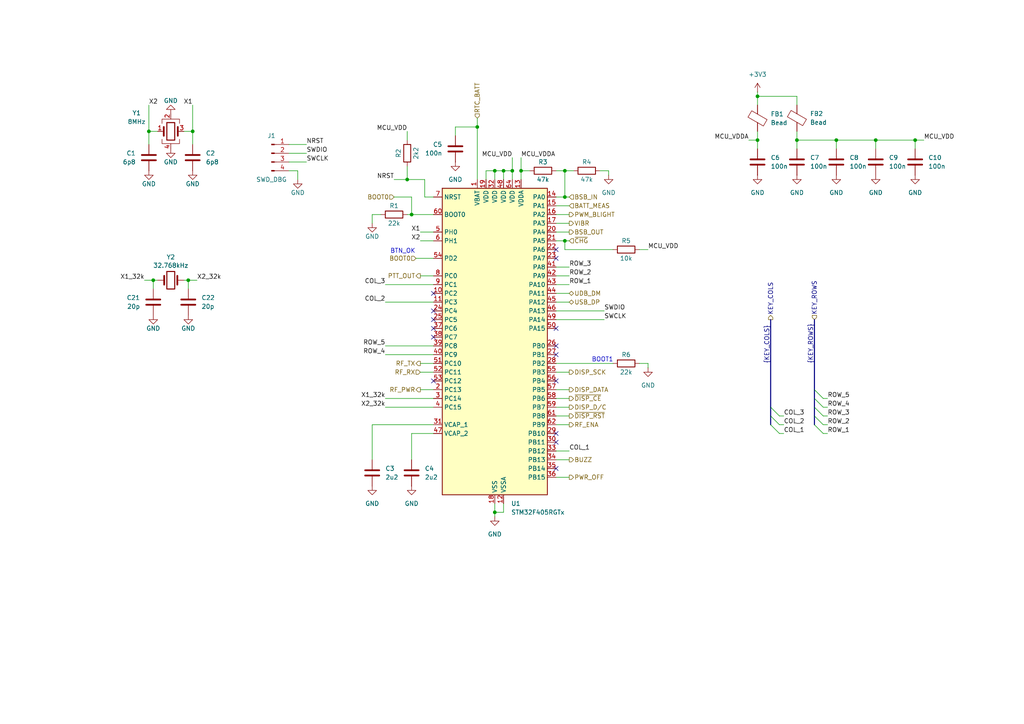
<source format=kicad_sch>
(kicad_sch (version 20231120) (generator "eeschema") (generator_version "8.0")
  (paper "A4")
  (title_block (title "Mainboard replacement for Nokia 3310") (date "29-01-2025") (rev "Rev A") (company "M17 Project") (comment 1 "Wojciech Kaczmarski, SP5WWP"))
  (lib_symbols
    (symbol "Connector:Conn_01x04_Pin" (pin_names (offset 1.016) hide)
      (property "Reference" "J" (at 0 5.08 0))
      (property "Value" "Conn_01x04_Pin" (at 0 -7.62 0))
      (symbol "Conn_01x04_Pin_1_1"
        (polyline (pts (xy 1.27 -5.08) (xy 0.8636 -5.08)) (stroke (width 0.1524)))
        (polyline (pts (xy 1.27 -2.54) (xy 0.8636 -2.54)) (stroke (width 0.1524)))
        (polyline (pts (xy 1.27 0) (xy 0.8636 0)) (stroke (width 0.1524)))
        (polyline (pts (xy 1.27 2.54) (xy 0.8636 2.54)) (stroke (width 0.1524)))
        (rectangle (start 0.8636 -4.953) (end 0 -5.207) (stroke (width 0.1524)) (fill (type outline)))
        (rectangle (start 0.8636 -2.413) (end 0 -2.667) (stroke (width 0.1524)) (fill (type outline)))
        (rectangle (start 0.8636 0.127) (end 0 -0.127) (stroke (width 0.1524)) (fill (type outline)))
        (rectangle (start 0.8636 2.667) (end 0 2.413) (stroke (width 0.1524)) (fill (type outline)))
        (pin passive line (at 5.08 2.54 180) (length 3.81) (name "Pin_1") (number "1"))
        (pin passive line (at 5.08 0 180) (length 3.81) (name "Pin_2") (number "2"))
        (pin passive line (at 5.08 -2.54 180) (length 3.81) (name "Pin_3") (number "3"))
        (pin passive line (at 5.08 -5.08 180) (length 3.81) (name "Pin_4") (number "4"))
      )
    )
    (symbol "Device:C" (pin_numbers hide) (pin_names (offset 0.254))
      (property "Reference" "C" (at 0.635 2.54 0))
      (property "Value" "C" (at 0.635 -2.54 0))
      (symbol "C_0_1"
        (polyline (pts (xy -2.032 -0.762) (xy 2.032 -0.762)) (stroke (width 0.508)))
        (polyline (pts (xy -2.032 0.762) (xy 2.032 0.762)) (stroke (width 0.508)))
      )
      (symbol "C_1_1"
        (pin passive line (at 0 3.81 270) (length 2.794) (name "~") (number "1"))
        (pin passive line (at 0 -3.81 90) (length 2.794) (name "~") (number "2"))
      )
    )
    (symbol "Device:Crystal" (pin_numbers hide) (pin_names (offset 1.016) hide)
      (property "Reference" "Y" (at 0 3.81 0))
      (property "Value" "Crystal" (at 0 -3.81 0))
      (symbol "Crystal_0_1"
        (rectangle (start -1.143 2.54) (end 1.143 -2.54) (stroke (width 0.3048)))
        (polyline (pts (xy -2.54 0) (xy -1.905 0)))
        (polyline (pts (xy -1.905 -1.27) (xy -1.905 1.27)) (stroke (width 0.508)))
        (polyline (pts (xy 1.905 -1.27) (xy 1.905 1.27)) (stroke (width 0.508)))
        (polyline (pts (xy 2.54 0) (xy 1.905 0)))
      )
      (symbol "Crystal_1_1"
        (pin passive line (at -3.81 0 0) (length 1.27) (name "1") (number "1"))
        (pin passive line (at 3.81 0 180) (length 1.27) (name "2") (number "2"))
      )
    )
    (symbol "Device:Crystal_GND24" (pin_names (offset 1.016) hide)
      (property "Reference" "Y" (at 3.175 5.08 0))
      (property "Value" "Crystal_GND24" (at 3.175 3.175 0))
      (symbol "Crystal_GND24_0_1"
        (rectangle (start -1.143 2.54) (end 1.143 -2.54) (stroke (width 0.3048)))
        (polyline (pts (xy -2.54 0) (xy -2.032 0)))
        (polyline (pts (xy -2.032 -1.27) (xy -2.032 1.27)) (stroke (width 0.508)))
        (polyline (pts (xy 0 -3.81) (xy 0 -3.556)))
        (polyline (pts (xy 0 3.556) (xy 0 3.81)))
        (polyline (pts (xy 2.032 -1.27) (xy 2.032 1.27)) (stroke (width 0.508)))
        (polyline (pts (xy 2.032 0) (xy 2.54 0)))
        (polyline (pts (xy -2.54 -2.286) (xy -2.54 -3.556) (xy 2.54 -3.556) (xy 2.54 -2.286)))
        (polyline (pts (xy -2.54 2.286) (xy -2.54 3.556) (xy 2.54 3.556) (xy 2.54 2.286)))
      )
      (symbol "Crystal_GND24_1_1"
        (pin passive line (at -3.81 0 0) (length 1.27) (name "1") (number "1"))
        (pin passive line (at 0 5.08 270) (length 1.27) (name "2") (number "2"))
        (pin passive line (at 3.81 0 180) (length 1.27) (name "3") (number "3"))
        (pin passive line (at 0 -5.08 90) (length 1.27) (name "4") (number "4"))
      )
    )
    (symbol "Device:FerriteBead" (pin_numbers hide) (pin_names (offset 0))
      (property "Reference" "FB" (at -3.81 0.635 90))
      (property "Value" "FerriteBead" (at 3.81 0 90))
      (symbol "FerriteBead_0_1"
        (polyline (pts (xy 0 -1.27) (xy 0 -1.2192)))
        (polyline (pts (xy 0 1.27) (xy 0 1.2954)))
        (polyline (pts (xy -2.7686 0.4064) (xy -1.7018 2.2606) (xy 2.7686 -0.3048) (xy 1.6764 -2.159) (xy -2.7686 0.4064)))
      )
      (symbol "FerriteBead_1_1"
        (pin passive line (at 0 3.81 270) (length 2.54) (name "~") (number "1"))
        (pin passive line (at 0 -3.81 90) (length 2.54) (name "~") (number "2"))
      )
    )
    (symbol "Device:R" (pin_numbers hide) (pin_names (offset 0))
      (property "Reference" "R" (at 2.032 0 90))
      (property "Value" "R" (at 0 0 90))
      (symbol "R_0_1"
        (rectangle (start -1.016 -2.54) (end 1.016 2.54) (stroke (width 0.254)))
      )
      (symbol "R_1_1"
        (pin passive line (at 0 3.81 270) (length 1.27) (name "~") (number "1"))
        (pin passive line (at 0 -3.81 90) (length 1.27) (name "~") (number "2"))
      )
    )
    (symbol "MCU_ST_STM32F4:STM32F405RGTx"
      (property "Reference" "U" (at -15.24 46.99 0))
      (property "Value" "STM32F405RGTx" (at 10.16 46.99 0))
      (symbol "STM32F405RGTx_0_1"
        (rectangle (start -15.24 -43.18) (end 15.24 45.72) (stroke (width 0.254)) (fill (type background)))
      )
      (symbol "STM32F405RGTx_1_1"
        (pin power_in line (at -5.08 48.26 270) (length 2.54) (name "VBAT") (number "1"))
        (pin bidirectional line (at -17.78 15.24 0) (length 2.54) (name "PC2") (number "10"))
        (pin bidirectional line (at -17.78 12.7 0) (length 2.54) (name "PC3") (number "11"))
        (pin power_in line (at 2.54 -45.72 90) (length 2.54) (name "VSSA") (number "12"))
        (pin power_in line (at 7.62 48.26 270) (length 2.54) (name "VDDA") (number "13"))
        (pin bidirectional line (at 17.78 43.18 180) (length 2.54) (name "PA0") (number "14"))
        (pin bidirectional line (at 17.78 40.64 180) (length 2.54) (name "PA1") (number "15"))
        (pin bidirectional line (at 17.78 38.1 180) (length 2.54) (name "PA2") (number "16"))
        (pin bidirectional line (at 17.78 35.56 180) (length 2.54) (name "PA3") (number "17"))
        (pin power_in line (at 0 -45.72 90) (length 2.54) (name "VSS") (number "18"))
        (pin power_in line (at -2.54 48.26 270) (length 2.54) (name "VDD") (number "19"))
        (pin bidirectional line (at -17.78 -12.7 0) (length 2.54) (name "PC13") (number "2"))
        (pin bidirectional line (at 17.78 33.02 180) (length 2.54) (name "PA4") (number "20"))
        (pin bidirectional line (at 17.78 30.48 180) (length 2.54) (name "PA5") (number "21"))
        (pin bidirectional line (at 17.78 27.94 180) (length 2.54) (name "PA6") (number "22"))
        (pin bidirectional line (at 17.78 25.4 180) (length 2.54) (name "PA7") (number "23"))
        (pin bidirectional line (at -17.78 10.16 0) (length 2.54) (name "PC4") (number "24"))
        (pin bidirectional line (at -17.78 7.62 0) (length 2.54) (name "PC5") (number "25"))
        (pin bidirectional line (at 17.78 0 180) (length 2.54) (name "PB0") (number "26"))
        (pin bidirectional line (at 17.78 -2.54 180) (length 2.54) (name "PB1") (number "27"))
        (pin bidirectional line (at 17.78 -5.08 180) (length 2.54) (name "PB2") (number "28"))
        (pin bidirectional line (at 17.78 -25.4 180) (length 2.54) (name "PB10") (number "29"))
        (pin bidirectional line (at -17.78 -15.24 0) (length 2.54) (name "PC14") (number "3"))
        (pin bidirectional line (at 17.78 -27.94 180) (length 2.54) (name "PB11") (number "30"))
        (pin power_out line (at -17.78 -22.86 0) (length 2.54) (name "VCAP_1") (number "31"))
        (pin power_in line (at 0 48.26 270) (length 2.54) (name "VDD") (number "32"))
        (pin bidirectional line (at 17.78 -30.48 180) (length 2.54) (name "PB12") (number "33"))
        (pin bidirectional line (at 17.78 -33.02 180) (length 2.54) (name "PB13") (number "34"))
        (pin bidirectional line (at 17.78 -35.56 180) (length 2.54) (name "PB14") (number "35"))
        (pin bidirectional line (at 17.78 -38.1 180) (length 2.54) (name "PB15") (number "36"))
        (pin bidirectional line (at -17.78 5.08 0) (length 2.54) (name "PC6") (number "37"))
        (pin bidirectional line (at -17.78 2.54 0) (length 2.54) (name "PC7") (number "38"))
        (pin bidirectional line (at -17.78 0 0) (length 2.54) (name "PC8") (number "39"))
        (pin bidirectional line (at -17.78 -17.78 0) (length 2.54) (name "PC15") (number "4"))
        (pin bidirectional line (at -17.78 -2.54 0) (length 2.54) (name "PC9") (number "40"))
        (pin bidirectional line (at 17.78 22.86 180) (length 2.54) (name "PA8") (number "41"))
        (pin bidirectional line (at 17.78 20.32 180) (length 2.54) (name "PA9") (number "42"))
        (pin bidirectional line (at 17.78 17.78 180) (length 2.54) (name "PA10") (number "43"))
        (pin bidirectional line (at 17.78 15.24 180) (length 2.54) (name "PA11") (number "44"))
        (pin bidirectional line (at 17.78 12.7 180) (length 2.54) (name "PA12") (number "45"))
        (pin bidirectional line (at 17.78 10.16 180) (length 2.54) (name "PA13") (number "46"))
        (pin power_out line (at -17.78 -25.4 0) (length 2.54) (name "VCAP_2") (number "47"))
        (pin power_in line (at 2.54 48.26 270) (length 2.54) (name "VDD") (number "48"))
        (pin bidirectional line (at 17.78 7.62 180) (length 2.54) (name "PA14") (number "49"))
        (pin bidirectional line (at -17.78 33.02 0) (length 2.54) (name "PH0") (number "5"))
        (pin bidirectional line (at 17.78 5.08 180) (length 2.54) (name "PA15") (number "50"))
        (pin bidirectional line (at -17.78 -5.08 0) (length 2.54) (name "PC10") (number "51"))
        (pin bidirectional line (at -17.78 -7.62 0) (length 2.54) (name "PC11") (number "52"))
        (pin bidirectional line (at -17.78 -10.16 0) (length 2.54) (name "PC12") (number "53"))
        (pin bidirectional line (at -17.78 25.4 0) (length 2.54) (name "PD2") (number "54"))
        (pin bidirectional line (at 17.78 -7.62 180) (length 2.54) (name "PB3") (number "55"))
        (pin bidirectional line (at 17.78 -10.16 180) (length 2.54) (name "PB4") (number "56"))
        (pin bidirectional line (at 17.78 -12.7 180) (length 2.54) (name "PB5") (number "57"))
        (pin bidirectional line (at 17.78 -15.24 180) (length 2.54) (name "PB6") (number "58"))
        (pin bidirectional line (at 17.78 -17.78 180) (length 2.54) (name "PB7") (number "59"))
        (pin bidirectional line (at -17.78 30.48 0) (length 2.54) (name "PH1") (number "6"))
        (pin input line (at -17.78 38.1 0) (length 2.54) (name "BOOT0") (number "60"))
        (pin bidirectional line (at 17.78 -20.32 180) (length 2.54) (name "PB8") (number "61"))
        (pin bidirectional line (at 17.78 -22.86 180) (length 2.54) (name "PB9") (number "62"))
        (pin passive line (at 0 -45.72 90) (length 2.54) hide (name "VSS") (number "63"))
        (pin power_in line (at 5.08 48.26 270) (length 2.54) (name "VDD") (number "64"))
        (pin input line (at -17.78 43.18 0) (length 2.54) (name "NRST") (number "7"))
        (pin bidirectional line (at -17.78 20.32 0) (length 2.54) (name "PC0") (number "8"))
        (pin bidirectional line (at -17.78 17.78 0) (length 2.54) (name "PC1") (number "9"))
      )
    )
    (symbol "power:+3V3" (power) (pin_numbers hide) (pin_names (offset 0) hide)
      (property "Value" "+3V3" (at 0 3.556 0))
      (symbol "+3V3_0_1"
        (polyline (pts (xy -0.762 1.27) (xy 0 2.54)))
        (polyline (pts (xy 0 0) (xy 0 2.54)))
        (polyline (pts (xy 0 2.54) (xy 0.762 1.27)))
      )
      (symbol "+3V3_1_1"
        (pin power_in line (at 0 0 90) (length 0) (name "~") (number "1"))
      )
    )
    (symbol "power:GND" (power) (pin_numbers hide) (pin_names (offset 0) hide)
      (property "Value" "GND" (at 0 -3.81 0))
      (symbol "GND_0_1"
        (polyline (pts (xy 0 0) (xy 0 -1.27) (xy 1.27 -1.27) (xy 0 -2.54) (xy -1.27 -1.27) (xy 0 -1.27)))
      )
      (symbol "GND_1_1"
        (pin power_in line (at 0 0 270) (length 0) (name "~") (number "1"))
      )
    )
  )
  (junction (at 118.11 52.07))
  (junction (at 146.05 49.53))
  (junction (at 143.51 49.53))
  (junction (at 143.51 148.59))
  (junction (at 151.13 49.53))
  (junction (at 44.45 81.28))
  (junction (at 138.43 36.83))
  (junction (at 54.61 81.28))
  (junction (at 219.71 27.94))
  (junction (at 43.18 38.1))
  (junction (at 119.38 62.23))
  (junction (at 55.88 38.1))
  (junction (at 148.59 49.53))
  (junction (at 163.83 57.15))
  (junction (at 254 40.64))
  (junction (at 242.57 40.64))
  (junction (at 219.71 40.64))
  (junction (at 163.83 49.53))
  (junction (at 231.14 40.64))
  (junction (at 163.83 69.85))
  (junction (at 265.43 40.64))
  (no_connect (at 161.29 95.25))
  (no_connect (at 125.73 85.09))
  (no_connect (at 125.73 97.79))
  (no_connect (at 161.29 110.49))
  (no_connect (at 125.73 90.17))
  (no_connect (at 161.29 125.73))
  (no_connect (at 125.73 110.49))
  (no_connect (at 161.29 74.93))
  (no_connect (at 161.29 102.87))
  (no_connect (at 161.29 135.89))
  (no_connect (at 125.73 95.25))
  (no_connect (at 161.29 72.39))
  (no_connect (at 161.29 100.33))
  (no_connect (at 161.29 128.27))
  (no_connect (at 125.73 92.71))
  (bus_entry (at 223.52 123.19) (size 2.54 2.54))
  (bus_entry (at 236.22 120.65) (size 2.54 2.54))
  (bus_entry (at 236.22 123.19) (size 2.54 2.54))
  (bus_entry (at 236.22 115.57) (size 2.54 2.54))
  (bus_entry (at 236.22 118.11) (size 2.54 2.54))
  (bus_entry (at 223.52 118.11) (size 2.54 2.54))
  (bus_entry (at 236.22 113.03) (size 2.54 2.54))
  (bus_entry (at 223.52 120.65) (size 2.54 2.54))
  (bus (pts (xy 236.22 115.57) (xy 236.22 118.11)))
  (wire (pts (xy 226.06 125.73) (xy 227.33 125.73)))
  (wire (pts (xy 238.76 123.19) (xy 240.03 123.19)))
  (wire (pts (xy 226.06 120.65) (xy 227.33 120.65)))
  (wire (pts (xy 54.61 81.28) (xy 57.15 81.28)))
  (wire (pts (xy 118.11 48.26) (xy 118.11 52.07)))
  (wire (pts (xy 53.34 81.28) (xy 54.61 81.28)))
  (wire (pts (xy 165.1 113.03) (xy 161.29 113.03)))
  (wire (pts (xy 161.29 67.31) (xy 165.1 67.31)))
  (wire (pts (xy 125.73 123.19) (xy 107.95 123.19)))
  (wire (pts (xy 185.42 105.41) (xy 187.96 105.41)))
  (wire (pts (xy 165.1 85.09) (xy 161.29 85.09)))
  (wire (pts (xy 121.92 67.31) (xy 125.73 67.31)))
  (bus (pts (xy 236.22 120.65) (xy 236.22 123.19)))
  (wire (pts (xy 242.57 40.64) (xy 231.14 40.64)))
  (wire (pts (xy 163.83 57.15) (xy 165.1 57.15)))
  (wire (pts (xy 238.76 120.65) (xy 240.03 120.65)))
  (wire (pts (xy 118.11 52.07) (xy 123.19 52.07)))
  (wire (pts (xy 148.59 52.07) (xy 148.59 49.53)))
  (wire (pts (xy 83.82 49.53) (xy 86.36 49.53)))
  (wire (pts (xy 86.36 49.53) (xy 86.36 52.07)))
  (wire (pts (xy 161.29 77.47) (xy 165.1 77.47)))
  (wire (pts (xy 83.82 46.99) (xy 88.9 46.99)))
  (wire (pts (xy 165.1 115.57) (xy 161.29 115.57)))
  (wire (pts (xy 83.82 44.45) (xy 88.9 44.45)))
  (wire (pts (xy 44.45 81.28) (xy 44.45 83.82)))
  (wire (pts (xy 219.71 38.1) (xy 219.71 40.64)))
  (wire (pts (xy 231.14 40.64) (xy 231.14 43.18)))
  (bus (pts (xy 223.52 120.65) (xy 223.52 123.19)))
  (bus (pts (xy 223.52 92.71) (xy 223.52 118.11)))
  (wire (pts (xy 163.83 49.53) (xy 163.83 57.15)))
  (wire (pts (xy 161.29 92.71) (xy 175.26 92.71)))
  (wire (pts (xy 161.29 69.85) (xy 163.83 69.85)))
  (wire (pts (xy 177.8 72.39) (xy 163.83 72.39)))
  (wire (pts (xy 219.71 27.94) (xy 219.71 30.48)))
  (wire (pts (xy 118.11 38.1) (xy 118.11 40.64)))
  (wire (pts (xy 219.71 27.94) (xy 231.14 27.94)))
  (wire (pts (xy 161.29 80.01) (xy 165.1 80.01)))
  (wire (pts (xy 226.06 123.19) (xy 227.33 123.19)))
  (wire (pts (xy 163.83 49.53) (xy 166.37 49.53)))
  (wire (pts (xy 119.38 57.15) (xy 119.38 62.23)))
  (wire (pts (xy 151.13 45.72) (xy 151.13 49.53)))
  (wire (pts (xy 165.1 62.23) (xy 161.29 62.23)))
  (wire (pts (xy 55.88 38.1) (xy 55.88 30.48)))
  (wire (pts (xy 163.83 72.39) (xy 163.83 69.85)))
  (wire (pts (xy 161.29 57.15) (xy 163.83 57.15)))
  (wire (pts (xy 110.49 62.23) (xy 107.95 62.23)))
  (wire (pts (xy 143.51 148.59) (xy 143.51 149.86)))
  (wire (pts (xy 146.05 49.53) (xy 143.51 49.53)))
  (wire (pts (xy 111.76 82.55) (xy 125.73 82.55)))
  (wire (pts (xy 132.08 36.83) (xy 138.43 36.83)))
  (wire (pts (xy 111.76 118.11) (xy 125.73 118.11)))
  (wire (pts (xy 238.76 125.73) (xy 240.03 125.73)))
  (wire (pts (xy 254 40.64) (xy 242.57 40.64)))
  (wire (pts (xy 118.11 62.23) (xy 119.38 62.23)))
  (wire (pts (xy 138.43 36.83) (xy 138.43 52.07)))
  (wire (pts (xy 161.29 130.81) (xy 165.1 130.81)))
  (wire (pts (xy 143.51 49.53) (xy 140.97 49.53)))
  (wire (pts (xy 161.29 90.17) (xy 175.26 90.17)))
  (wire (pts (xy 83.82 41.91) (xy 88.9 41.91)))
  (wire (pts (xy 107.95 62.23) (xy 107.95 64.77)))
  (wire (pts (xy 165.1 69.85) (xy 163.83 69.85)))
  (wire (pts (xy 148.59 49.53) (xy 146.05 49.53)))
  (wire (pts (xy 161.29 82.55) (xy 165.1 82.55)))
  (wire (pts (xy 114.3 52.07) (xy 118.11 52.07)))
  (wire (pts (xy 121.92 80.01) (xy 125.73 80.01)))
  (wire (pts (xy 44.45 81.28) (xy 45.72 81.28)))
  (wire (pts (xy 165.1 120.65) (xy 161.29 120.65)))
  (wire (pts (xy 238.76 115.57) (xy 240.03 115.57)))
  (wire (pts (xy 161.29 105.41) (xy 177.8 105.41)))
  (wire (pts (xy 119.38 125.73) (xy 119.38 133.35)))
  (wire (pts (xy 123.19 57.15) (xy 125.73 57.15)))
  (wire (pts (xy 41.91 81.28) (xy 44.45 81.28)))
  (wire (pts (xy 231.14 30.48) (xy 231.14 27.94)))
  (wire (pts (xy 165.1 138.43) (xy 161.29 138.43)))
  (wire (pts (xy 146.05 148.59) (xy 143.51 148.59)))
  (bus (pts (xy 236.22 118.11) (xy 236.22 120.65)))
  (wire (pts (xy 107.95 123.19) (xy 107.95 133.35)))
  (wire (pts (xy 138.43 34.29) (xy 138.43 36.83)))
  (wire (pts (xy 187.96 72.39) (xy 185.42 72.39)))
  (wire (pts (xy 219.71 40.64) (xy 219.71 43.18)))
  (wire (pts (xy 165.1 107.95) (xy 161.29 107.95)))
  (wire (pts (xy 121.92 105.41) (xy 125.73 105.41)))
  (wire (pts (xy 231.14 38.1) (xy 231.14 40.64)))
  (wire (pts (xy 111.76 102.87) (xy 125.73 102.87)))
  (wire (pts (xy 111.76 100.33) (xy 125.73 100.33)))
  (wire (pts (xy 111.76 87.63) (xy 125.73 87.63)))
  (wire (pts (xy 121.92 113.03) (xy 125.73 113.03)))
  (wire (pts (xy 140.97 49.53) (xy 140.97 52.07)))
  (wire (pts (xy 217.17 40.64) (xy 219.71 40.64)))
  (wire (pts (xy 43.18 38.1) (xy 43.18 41.91)))
  (wire (pts (xy 55.88 38.1) (xy 55.88 41.91)))
  (wire (pts (xy 176.53 49.53) (xy 176.53 50.8)))
  (wire (pts (xy 146.05 146.05) (xy 146.05 148.59)))
  (wire (pts (xy 219.71 26.67) (xy 219.71 27.94)))
  (wire (pts (xy 151.13 49.53) (xy 151.13 52.07)))
  (wire (pts (xy 165.1 87.63) (xy 161.29 87.63)))
  (wire (pts (xy 165.1 123.19) (xy 161.29 123.19)))
  (wire (pts (xy 121.92 107.95) (xy 125.73 107.95)))
  (wire (pts (xy 265.43 40.64) (xy 267.97 40.64)))
  (wire (pts (xy 143.51 52.07) (xy 143.51 49.53)))
  (wire (pts (xy 43.18 30.48) (xy 43.18 38.1)))
  (wire (pts (xy 265.43 43.18) (xy 265.43 40.64)))
  (wire (pts (xy 53.34 38.1) (xy 55.88 38.1)))
  (wire (pts (xy 165.1 64.77) (xy 161.29 64.77)))
  (wire (pts (xy 238.76 118.11) (xy 240.03 118.11)))
  (bus (pts (xy 223.52 118.11) (xy 223.52 120.65)))
  (bus (pts (xy 236.22 113.03) (xy 236.22 115.57)))
  (wire (pts (xy 151.13 49.53) (xy 153.67 49.53)))
  (wire (pts (xy 120.65 74.93) (xy 125.73 74.93)))
  (wire (pts (xy 254 40.64) (xy 254 43.18)))
  (wire (pts (xy 165.1 118.11) (xy 161.29 118.11)))
  (wire (pts (xy 146.05 52.07) (xy 146.05 49.53)))
  (wire (pts (xy 143.51 146.05) (xy 143.51 148.59)))
  (bus (pts (xy 236.22 92.71) (xy 236.22 113.03)))
  (wire (pts (xy 54.61 81.28) (xy 54.61 83.82)))
  (wire (pts (xy 165.1 133.35) (xy 161.29 133.35)))
  (wire (pts (xy 111.76 115.57) (xy 125.73 115.57)))
  (wire (pts (xy 43.18 38.1) (xy 45.72 38.1)))
  (wire (pts (xy 114.3 57.15) (xy 119.38 57.15)))
  (wire (pts (xy 121.92 69.85) (xy 125.73 69.85)))
  (wire (pts (xy 242.57 43.18) (xy 242.57 40.64)))
  (wire (pts (xy 265.43 40.64) (xy 254 40.64)))
  (wire (pts (xy 161.29 49.53) (xy 163.83 49.53)))
  (wire (pts (xy 173.99 49.53) (xy 176.53 49.53)))
  (wire (pts (xy 119.38 62.23) (xy 125.73 62.23)))
  (wire (pts (xy 123.19 52.07) (xy 123.19 57.15)))
  (wire (pts (xy 161.29 59.69) (xy 165.1 59.69)))
  (wire (pts (xy 148.59 45.72) (xy 148.59 49.53)))
  (wire (pts (xy 187.96 105.41) (xy 187.96 106.68)))
  (wire (pts (xy 132.08 39.37) (xy 132.08 36.83)))
  (wire (pts (xy 125.73 125.73) (xy 119.38 125.73)))
  (text "BOOT1" (at 174.752 104.394 0) (effects (font (size 1.27 1.27))))
  (text "BTN_OK" (at 116.84 73.66 0) (effects (font (size 1.27 1.27)) (justify bottom)))
  (label "MCU_VDD" (at 118.11 38.1 180))
  (label "X2" (at 43.18 30.48 0))
  (label "SWDIO" (at 175.26 90.17 0))
  (label "ROW_2" (at 165.1 80.01 0))
  (label "MCU_VDD" (at 267.97 40.64 0))
  (label "SWDIO" (at 88.9 44.45 0))
  (label "ROW_3" (at 165.1 77.47 0))
  (label "COL_2" (at 111.76 87.63 180))
  (label "X2" (at 121.92 69.85 180))
  (label "MCU_VDD" (at 187.96 72.39 0))
  (label "ROW_5" (at 240.03 115.57 0))
  (label "X1" (at 55.88 30.48 180))
  (label "X1" (at 121.92 67.31 180))
  (label "X1_32k" (at 41.91 81.28 180))
  (label "SWCLK" (at 88.9 46.99 0))
  (label "COL_1" (at 227.33 125.73 0))
  (label "ROW_1" (at 165.1 82.55 0))
  (label "X1_32k" (at 111.76 115.57 180))
  (label "MCU_VDDA" (at 217.17 40.64 180))
  (label "MCU_VDDA" (at 151.13 45.72 0))
  (label "COL_3" (at 227.33 120.65 0))
  (label "ROW_2" (at 240.03 123.19 0))
  (label "ROW_3" (at 240.03 120.65 0))
  (label "ROW_4" (at 240.03 118.11 0))
  (label "X2_32k" (at 57.15 81.28 0))
  (label "ROW_5" (at 111.76 100.33 180))
  (label "X2_32k" (at 111.76 118.11 180))
  (label "COL_2" (at 227.33 123.19 0))
  (label "COL_1" (at 165.1 130.81 0))
  (label "MCU_VDD" (at 148.59 45.72 180))
  (label "ROW_4" (at 111.76 102.87 180))
  (label "COL_3" (at 111.76 82.55 180))
  (label "SWCLK" (at 175.26 92.71 0))
  (label "ROW_1" (at 240.03 125.73 0))
  (label "NRST" (at 88.9 41.91 0))
  (label "NRST" (at 114.3 52.07 180))
  (label "{KEY_ROWS}" (at 236.22 105.41 90))
  (label "{KEY_COLS}" (at 223.52 105.41 90))
  (hierarchical_label "KEY_COLS" (shape output) (at 223.52 92.71 90))
  (hierarchical_label "UDB_DM" (shape bidirectional) (at 165.1 85.09 0))
  (hierarchical_label "BOOT0" (shape input) (at 114.3 57.15 180))
  (hierarchical_label "USB_DP" (shape bidirectional) (at 165.1 87.63 0))
  (hierarchical_label "DISP_DATA" (shape output) (at 165.1 113.03 0))
  (hierarchical_label "RTC_BATT" (shape input) (at 138.43 34.29 90))
  (hierarchical_label "PTT_OUT" (shape output) (at 121.92 80.01 180))
  (hierarchical_label "BOOT0" (shape input) (at 120.65 74.93 180))
  (hierarchical_label "~{DISP_CE}" (shape output) (at 165.1 115.57 0))
  (hierarchical_label "RF_PWR" (shape output) (at 121.92 113.03 180))
  (hierarchical_label "PWR_OFF" (shape output) (at 165.1 138.43 0))
  (hierarchical_label "RF_RX" (shape input) (at 121.92 107.95 180))
  (hierarchical_label "DISP_D{slash}C" (shape output) (at 165.1 118.11 0))
  (hierarchical_label "BATT_MEAS" (shape input) (at 165.1 59.69 0))
  (hierarchical_label "RF_ENA" (shape output) (at 165.1 123.19 0))
  (hierarchical_label "KEY_ROWS" (shape input) (at 236.22 92.71 90))
  (hierarchical_label "~{CHG}" (shape input) (at 165.1 69.85 0))
  (hierarchical_label "RF_TX" (shape output) (at 121.92 105.41 180))
  (hierarchical_label "BSB_OUT" (shape output) (at 165.1 67.31 0))
  (hierarchical_label "BSB_IN" (shape input) (at 165.1 57.15 0))
  (hierarchical_label "~{DISP_RST}" (shape output) (at 165.1 120.65 0))
  (hierarchical_label "BUZZ" (shape output) (at 165.1 133.35 0))
  (hierarchical_label "VIBR" (shape output) (at 165.1 64.77 0))
  (hierarchical_label "PWM_BLIGHT" (shape output) (at 165.1 62.23 0))
  (hierarchical_label "DISP_SCK" (shape output) (at 165.1 107.95 0))
  (symbol (lib_id "power:GND") (at 44.45 91.44 0) (unit 1)
    (property "Reference" "#PWR068" (effects (hide yes)))
    (property "Value" "GND" (at 44.45 95.25 0))
    (property "Description" "Power symbol creates a global label with name \"GND\" , ground" (effects (hide yes)))
  )
  (symbol (lib_id "Device:R") (at 114.3 62.23 270) (unit 1)
    (property "Reference" "R1" (at 114.3 59.69 90))
    (property "Value" "22k" (at 114.3 64.77 90))
    (property "Footprint" "Resistor_SMD:R_0402_1005Metric" (effects (hide yes)))
    (property "Description" "Resistor" (effects (hide yes)))
    (property "PN" "279-CRGCQ0402J22K" (effects (hide yes)))
    (property "MPN" "279-CRGCQ0402J22K" (effects (hide yes)))
  )
  (symbol (lib_id "Device:C") (at 132.08 43.18 0) (mirror x) (unit 1)
    (property "Reference" "C5" (at 128.27 41.9099 0) (effects (justify right)))
    (property "Value" "100n" (at 128.27 44.4499 0) (effects (justify right)))
    (property "Footprint" "Capacitor_SMD:C_0402_1005Metric" (effects (hide yes)))
    (property "Description" "Unpolarized capacitor" (effects (hide yes)))
    (property "MPN" "810-CGA2B3X7R1H104KB" (effects (hide yes)))
    (property "PN" "810-CGA2B3X7R1H104KB" (effects (hide yes)))
  )
  (symbol (lib_id "Device:C") (at 44.45 87.63 0) (mirror y) (unit 1)
    (property "Reference" "C21" (at 40.64 86.3599 0) (effects (justify left)))
    (property "Value" "20p" (at 40.64 88.8999 0) (effects (justify left)))
    (property "Footprint" "Capacitor_SMD:C_0402_1005Metric" (effects (hide yes)))
    (property "Description" "Unpolarized capacitor" (effects (hide yes)))
    (property "PN" "81-GCM1555C1H200GA6D" (effects (hide yes)))
    (property "MPN" "81-GCM1555C1H200GA6D" (effects (hide yes)))
  )
  (symbol (lib_id "Device:FerriteBead") (at 231.14 34.29 0) (unit 1)
    (property "Reference" "FB2" (at 234.95 32.9691 0) (effects (justify left)))
    (property "Value" "Bead" (at 234.95 35.5091 0) (effects (justify left)))
    (property "Footprint" "Inductor_SMD:L_0805_2012Metric" (effects (hide yes)))
    (property "Description" "Ferrite bead" (effects (hide yes)))
    (property "PN" "810-MPZ2012S102AT000" (effects (hide yes)))
    (property "MPN" "810-MPZ2012S102AT000" (effects (hide yes)))
  )
  (symbol (lib_id "Device:C") (at 55.88 45.72 0) (unit 1)
    (property "Reference" "C2" (at 59.69 44.4499 0) (effects (justify left)))
    (property "Value" "6p8" (at 59.69 46.9899 0) (effects (justify left)))
    (property "Footprint" "Capacitor_SMD:C_0402_1005Metric" (effects (hide yes)))
    (property "Description" "Unpolarized capacitor" (effects (hide yes)))
    (property "PN" "710-885012005039" (effects (hide yes)))
    (property "MPN" "710-885012005039" (effects (hide yes)))
  )
  (symbol (lib_id "Device:R") (at 181.61 72.39 270) (unit 1)
    (property "Reference" "R5" (at 181.61 69.85 90))
    (property "Value" "10k" (at 181.61 74.93 90))
    (property "Footprint" "Resistor_SMD:R_0402_1005Metric" (effects (hide yes)))
    (property "Description" "Resistor" (effects (hide yes)))
    (property "PN" "603-RC0402JR-7D10KL" (effects (hide yes)))
    (property "MPN" "603-RC0402JR-7D10KL" (effects (hide yes)))
  )
  (symbol (lib_id "Device:C") (at 119.38 137.16 180) (unit 1)
    (property "Reference" "C4" (at 123.19 135.8899 0) (effects (justify right)))
    (property "Value" "2u2" (at 123.19 138.4299 0) (effects (justify right)))
    (property "Footprint" "Capacitor_SMD:C_0402_1005Metric" (effects (hide yes)))
    (property "Description" "Unpolarized capacitor" (effects (hide yes)))
    (property "PN" "963-LMK105BJ225MV-F" (effects (hide yes)))
    (property "MPN" "963-LMK105BJ225MV-F" (effects (hide yes)))
  )
  (symbol (lib_id "power:GND") (at 107.95 140.97 0) (unit 1)
    (property "Reference" "#PWR014" (effects (hide yes)))
    (property "Value" "GND" (at 107.95 146.05 0))
    (property "Description" "Power symbol creates a global label with name \"GND\" , ground" (effects (hide yes)))
  )
  (symbol (lib_id "Device:C") (at 231.14 46.99 0) (unit 1)
    (property "Reference" "C7" (at 234.95 45.7199 0) (effects (justify left)))
    (property "Value" "100n" (at 234.95 48.2599 0) (effects (justify left)))
    (property "Footprint" "Capacitor_SMD:C_0402_1005Metric" (effects (hide yes)))
    (property "Description" "Unpolarized capacitor" (effects (hide yes)))
    (property "MPN" "810-CGA2B3X7R1H104KB" (effects (hide yes)))
    (property "PN" "810-CGA2B3X7R1H104KB" (effects (hide yes)))
  )
  (symbol (lib_id "power:GND") (at 176.53 50.8 0) (unit 1)
    (property "Reference" "#PWR018" (effects (hide yes)))
    (property "Value" "GND" (at 176.53 55.88 0))
    (property "Description" "Power symbol creates a global label with name \"GND\" , ground" (effects (hide yes)))
  )
  (symbol (lib_id "Device:FerriteBead") (at 219.71 34.29 180) (unit 1)
    (property "Reference" "FB1" (at 223.52 33.0707 0) (effects (justify right)))
    (property "Value" "Bead" (at 223.52 35.6107 0) (effects (justify right)))
    (property "Footprint" "Inductor_SMD:L_0805_2012Metric" (effects (hide yes)))
    (property "Description" "Ferrite bead" (effects (hide yes)))
    (property "PN" "810-MPZ2012S102AT000" (effects (hide yes)))
    (property "MPN" "810-MPZ2012S102AT000" (effects (hide yes)))
  )
  (symbol (lib_id "power:GND") (at 231.14 50.8 0) (unit 1)
    (property "Reference" "#PWR022" (effects (hide yes)))
    (property "Value" "GND" (at 231.14 55.88 0))
    (property "Description" "Power symbol creates a global label with name \"GND\" , ground" (effects (hide yes)))
  )
  (symbol (lib_id "Device:R") (at 170.18 49.53 270) (unit 1)
    (property "Reference" "R4" (at 170.18 46.99 90))
    (property "Value" "47k" (at 170.18 52.07 90))
    (property "Footprint" "Resistor_SMD:R_0402_1005Metric" (effects (hide yes)))
    (property "Description" "Resistor" (effects (hide yes)))
    (property "PN" "652-CR0402JW-473GLF" (effects (hide yes)))
    (property "MPN" "652-CR0402JW-473GLF" (effects (hide yes)))
  )
  (symbol (lib_id "power:GND") (at 242.57 50.8 0) (unit 1)
    (property "Reference" "#PWR023" (effects (hide yes)))
    (property "Value" "GND" (at 242.57 55.88 0))
    (property "Description" "Power symbol creates a global label with name \"GND\" , ground" (effects (hide yes)))
  )
  (symbol (lib_id "power:GND") (at 86.36 52.07 0) (unit 1)
    (property "Reference" "#PWR012" (effects (hide yes)))
    (property "Value" "GND" (at 86.36 55.88 0))
    (property "Description" "Power symbol creates a global label with name \"GND\" , ground" (effects (hide yes)))
  )
  (symbol (lib_id "power:GND") (at 143.51 149.86 0) (unit 1)
    (property "Reference" "#PWR017" (effects (hide yes)))
    (property "Value" "GND" (at 143.51 154.94 0))
    (property "Description" "Power symbol creates a global label with name \"GND\" , ground" (effects (hide yes)))
  )
  (symbol (lib_id "Device:Crystal_GND24") (at 49.53 38.1 0) (unit 1)
    (property "Reference" "Y1" (at 39.624 32.766 0))
    (property "Value" "8MHz" (at 39.624 35.306 0))
    (property "Footprint" "Crystal:Crystal_SMD_3225-4Pin_3.2x2.5mm" (effects (hide yes)))
    (property "Description" "Four pin crystal, GND on pins 2 and 4" (effects (hide yes)))
    (property "PN" "520-ECS-80-1033CHNTR" (effects (hide yes)))
    (property "MPN" "520-ECS-80-1033CHNTR" (effects (hide yes)))
  )
  (symbol (lib_id "MCU_ST_STM32F4:STM32F405RGTx") (at 143.51 100.33 0) (unit 1)
    (property "Reference" "U1" (at 148.2441 146.05 0) (effects (justify left)))
    (property "Value" "STM32F405RGTx" (at 148.2441 148.59 0) (effects (justify left)))
    (property "Footprint" "Package_QFP:LQFP-64_10x10mm_P0.5mm" (effects (hide yes)))
    (property "Datasheet" "https://www.st.com/resource/en/datasheet/stm32f405rg.pdf" (effects (hide yes)))
    (property "Description" "STMicroelectronics Arm Cortex-M4 MCU, 1024KB flash, 192KB RAM, 168 MHz, 1.8-3.6V, 51 GPIO, LQFP64" (effects (hide yes)))
    (property "MPN" "511-STM32F405RGT6" (effects (hide yes)))
    (property "PN" "511-STM32F405RGT6" (effects (hide yes)))
  )
  (symbol (lib_id "power:GND") (at 55.88 49.53 0) (unit 1)
    (property "Reference" "#PWR011" (effects (hide yes)))
    (property "Value" "GND" (at 55.88 53.34 0))
    (property "Description" "Power symbol creates a global label with name \"GND\" , ground" (effects (hide yes)))
  )
  (symbol (lib_id "Device:C") (at 242.57 46.99 0) (unit 1)
    (property "Reference" "C8" (at 246.38 45.7199 0) (effects (justify left)))
    (property "Value" "100n" (at 246.38 48.2599 0) (effects (justify left)))
    (property "Footprint" "Capacitor_SMD:C_0402_1005Metric" (effects (hide yes)))
    (property "Description" "Unpolarized capacitor" (effects (hide yes)))
    (property "MPN" "810-CGA2B3X7R1H104KB" (effects (hide yes)))
    (property "PN" "810-CGA2B3X7R1H104KB" (effects (hide yes)))
  )
  (symbol (lib_id "Device:Crystal") (at 49.53 81.28 0) (unit 1) (in_bom no)
    (property "Reference" "Y2" (at 49.53 74.5701 0))
    (property "Value" "32.768kHz" (at 49.53 76.9944 0))
    (property "Footprint" "Parts:xtal_smd_32k" (effects (hide yes)))
    (property "Description" "Two pin crystal" (effects (hide yes)))
  )
  (symbol (lib_id "power:GND") (at 49.53 43.18 0) (unit 1)
    (property "Reference" "#PWR010" (effects (hide yes)))
    (property "Value" "GND" (at 49.53 46.99 0))
    (property "Description" "Power symbol creates a global label with name \"GND\" , ground" (effects (hide yes)))
  )
  (symbol (lib_id "power:GND") (at 49.53 33.02 180) (unit 1)
    (property "Reference" "#PWR09" (effects (hide yes)))
    (property "Value" "GND" (at 49.53 29.21 0))
    (property "Description" "Power symbol creates a global label with name \"GND\" , ground" (effects (hide yes)))
  )
  (symbol (lib_id "Device:R") (at 157.48 49.53 270) (unit 1)
    (property "Reference" "R3" (at 157.48 46.99 90))
    (property "Value" "47k" (at 157.48 52.07 90))
    (property "Footprint" "Resistor_SMD:R_0402_1005Metric" (effects (hide yes)))
    (property "Description" "Resistor" (effects (hide yes)))
    (property "PN" "652-CR0402JW-473GLF" (effects (hide yes)))
    (property "MPN" "652-CR0402JW-473GLF" (effects (hide yes)))
  )
  (symbol (lib_id "power:GND") (at 219.71 50.8 0) (unit 1)
    (property "Reference" "#PWR021" (effects (hide yes)))
    (property "Value" "GND" (at 219.71 55.88 0))
    (property "Description" "Power symbol creates a global label with name \"GND\" , ground" (effects (hide yes)))
  )
  (symbol (lib_id "Device:C") (at 219.71 46.99 180) (unit 1)
    (property "Reference" "C6" (at 223.52 45.7199 0) (effects (justify right)))
    (property "Value" "100n" (at 223.52 48.2599 0) (effects (justify right)))
    (property "Footprint" "Capacitor_SMD:C_0402_1005Metric" (effects (hide yes)))
    (property "Description" "Unpolarized capacitor" (effects (hide yes)))
    (property "MPN" "810-CGA2B3X7R1H104KB" (effects (hide yes)))
    (property "PN" "810-CGA2B3X7R1H104KB" (effects (hide yes)))
  )
  (symbol (lib_id "Connector:Conn_01x04_Pin") (at 78.74 44.45 0) (unit 1) (in_bom no)
    (property "Reference" "J1" (at 78.74 39.37 0))
    (property "Value" "SWD_DBG" (at 78.74 52.07 0))
    (property "Footprint" "Parts:3310_4_pin" (effects (hide yes)))
    (property "Description" "Generic connector, single row, 01x04, script generated" (effects (hide yes)))
  )
  (symbol (lib_id "power:GND") (at 132.08 46.99 0) (unit 1)
    (property "Reference" "#PWR016" (effects (hide yes)))
    (property "Value" "GND" (at 132.08 52.07 0))
    (property "Description" "Power symbol creates a global label with name \"GND\" , ground" (effects (hide yes)))
  )
  (symbol (lib_id "power:GND") (at 43.18 49.53 0) (unit 1)
    (property "Reference" "#PWR08" (effects (hide yes)))
    (property "Value" "GND" (at 43.18 53.34 0))
    (property "Description" "Power symbol creates a global label with name \"GND\" , ground" (effects (hide yes)))
  )
  (symbol (lib_id "Device:C") (at 54.61 87.63 0) (mirror x) (unit 1)
    (property "Reference" "C22" (at 58.42 86.36 0) (effects (justify left)))
    (property "Value" "20p" (at 58.42 88.9 0) (effects (justify left)))
    (property "Footprint" "Capacitor_SMD:C_0402_1005Metric" (effects (hide yes)))
    (property "Description" "Unpolarized capacitor" (effects (hide yes)))
    (property "PN" "81-GCM1555C1H200GA6D" (effects (hide yes)))
    (property "MPN" "81-GCM1555C1H200GA6D" (effects (hide yes)))
  )
  (symbol (lib_id "Device:C") (at 254 46.99 0) (unit 1)
    (property "Reference" "C9" (at 257.81 45.7199 0) (effects (justify left)))
    (property "Value" "100n" (at 257.81 48.2599 0) (effects (justify left)))
    (property "Footprint" "Capacitor_SMD:C_0402_1005Metric" (effects (hide yes)))
    (property "Description" "Unpolarized capacitor" (effects (hide yes)))
    (property "MPN" "810-CGA2B3X7R1H104KB" (effects (hide yes)))
    (property "PN" "810-CGA2B3X7R1H104KB" (effects (hide yes)))
  )
  (symbol (lib_id "Device:C") (at 265.43 46.99 0) (unit 1)
    (property "Reference" "C10" (at 269.24 45.7199 0) (effects (justify left)))
    (property "Value" "100n" (at 269.24 48.2599 0) (effects (justify left)))
    (property "Footprint" "Capacitor_SMD:C_0402_1005Metric" (effects (hide yes)))
    (property "Description" "Unpolarized capacitor" (effects (hide yes)))
    (property "MPN" "810-CGA2B3X7R1H104KB" (effects (hide yes)))
    (property "PN" "810-CGA2B3X7R1H104KB" (effects (hide yes)))
  )
  (symbol (lib_id "power:GND") (at 54.61 91.44 0) (unit 1)
    (property "Reference" "#PWR069" (effects (hide yes)))
    (property "Value" "GND" (at 54.61 95.25 0))
    (property "Description" "Power symbol creates a global label with name \"GND\" , ground" (effects (hide yes)))
  )
  (symbol (lib_id "Device:C") (at 107.95 137.16 180) (unit 1)
    (property "Reference" "C3" (at 111.76 135.8899 0) (effects (justify right)))
    (property "Value" "2u2" (at 111.76 138.4299 0) (effects (justify right)))
    (property "Footprint" "Capacitor_SMD:C_0402_1005Metric" (effects (hide yes)))
    (property "Description" "Unpolarized capacitor" (effects (hide yes)))
    (property "PN" "963-LMK105BJ225MV-F" (effects (hide yes)))
    (property "MPN" "963-LMK105BJ225MV-F" (effects (hide yes)))
  )
  (symbol (lib_id "power:+3V3") (at 219.71 26.67 0) (unit 1)
    (property "Reference" "#PWR020" (effects (hide yes)))
    (property "Value" "+3V3" (at 219.71 21.59 0))
    (property "Description" "Power symbol creates a global label with name \"+3V3\"" (effects (hide yes)))
  )
  (symbol (lib_id "power:GND") (at 265.43 50.8 0) (unit 1)
    (property "Reference" "#PWR025" (effects (hide yes)))
    (property "Value" "GND" (at 265.43 55.88 0))
    (property "Description" "Power symbol creates a global label with name \"GND\" , ground" (effects (hide yes)))
  )
  (symbol (lib_id "Device:R") (at 118.11 44.45 0) (unit 1)
    (property "Reference" "R2" (at 115.57 44.45 90))
    (property "Value" "2k2" (at 120.65 44.45 90))
    (property "Footprint" "Resistor_SMD:R_0402_1005Metric" (effects (hide yes)))
    (property "Description" "Resistor" (effects (hide yes)))
    (property "PN" "279-CRGCQ0402J2K2" (effects (hide yes)))
    (property "MPN" "279-CRGCQ0402J2K2" (effects (hide yes)))
  )
  (symbol (lib_id "power:GND") (at 187.96 106.68 0) (unit 1)
    (property "Reference" "#PWR019" (effects (hide yes)))
    (property "Value" "GND" (at 187.96 111.76 0))
    (property "Description" "Power symbol creates a global label with name \"GND\" , ground" (effects (hide yes)))
  )
  (symbol (lib_id "power:GND") (at 107.95 64.77 0) (unit 1)
    (property "Reference" "#PWR013" (effects (hide yes)))
    (property "Value" "GND" (at 107.95 68.58 0))
    (property "Description" "Power symbol creates a global label with name \"GND\" , ground" (effects (hide yes)))
  )
  (symbol (lib_id "Device:C") (at 43.18 45.72 0) (mirror y) (unit 1)
    (property "Reference" "C1" (at 39.37 44.4499 0) (effects (justify left)))
    (property "Value" "6p8" (at 39.37 46.9899 0) (effects (justify left)))
    (property "Footprint" "Capacitor_SMD:C_0402_1005Metric" (effects (hide yes)))
    (property "Description" "Unpolarized capacitor" (effects (hide yes)))
    (property "PN" "710-885012005039" (effects (hide yes)))
    (property "MPN" "710-885012005039" (effects (hide yes)))
  )
  (symbol (lib_id "power:GND") (at 254 50.8 0) (unit 1)
    (property "Reference" "#PWR024" (effects (hide yes)))
    (property "Value" "GND" (at 254 55.88 0))
    (property "Description" "Power symbol creates a global label with name \"GND\" , ground" (effects (hide yes)))
  )
  (symbol (lib_id "Device:R") (at 181.61 105.41 270) (unit 1)
    (property "Reference" "R6" (at 181.61 102.87 90))
    (property "Value" "22k" (at 181.61 107.95 90))
    (property "Footprint" "Resistor_SMD:R_0402_1005Metric" (effects (hide yes)))
    (property "Description" "Resistor" (effects (hide yes)))
    (property "PN" "279-CRGCQ0402J22K" (effects (hide yes)))
    (property "MPN" "279-CRGCQ0402J22K" (effects (hide yes)))
  )
  (symbol (lib_id "power:GND") (at 119.38 140.97 0) (unit 1)
    (property "Reference" "#PWR015" (effects (hide yes)))
    (property "Value" "GND" (at 119.38 146.05 0))
    (property "Description" "Power symbol creates a global label with name \"GND\" , ground" (effects (hide yes)))
  )
)
</source>
